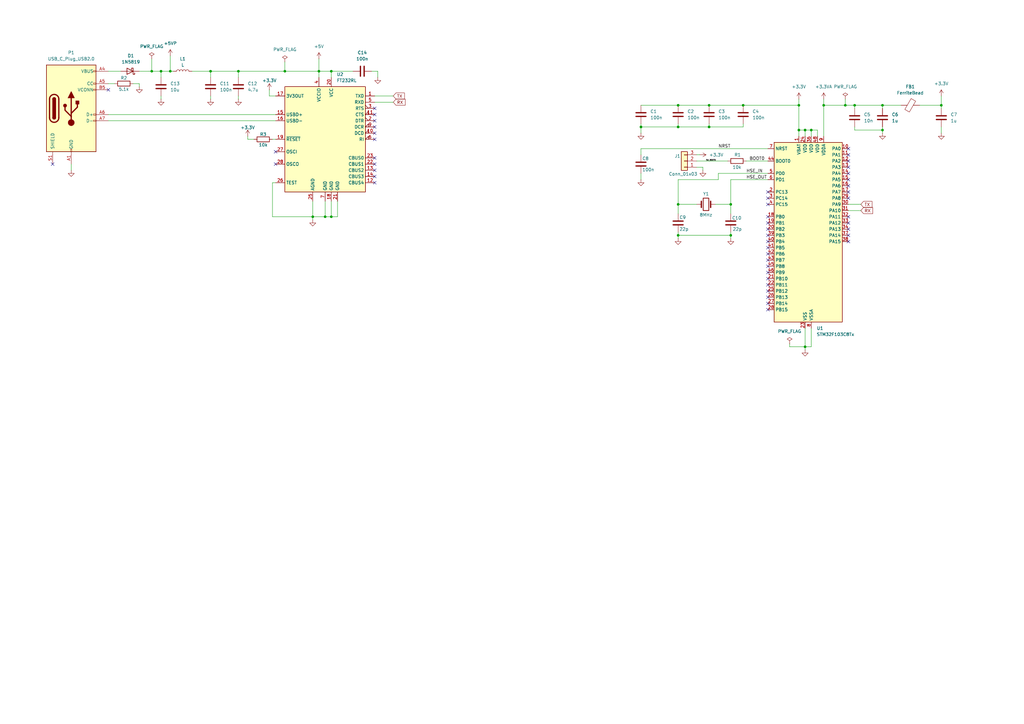
<source format=kicad_sch>
(kicad_sch (version 20231120) (generator "eeschema") (generator_version "8.0")
  (paper "A3")
  (lib_symbols
    (symbol "Connector:USB_C_Plug_USB2.0" (pin_names (offset 1.016))
      (property "Reference" "P1" (at 0 22.86 0))
      (property "Value" "USB_C_Plug_USB2.0" (at 0 20.32 0))
      (symbol "USB_C_Plug_USB2.0_0_0"
        (rectangle (start -0.254 -17.78) (end 0.254 -16.764))
        (rectangle (start 9.144 -4.826) (end 10.16 -5.334))
        (rectangle (start 10.16 -2.286) (end 9.144 -2.794))
        (rectangle (start 10.16 7.874) (end 9.144 7.366))
        (rectangle (start 10.16 10.414) (end 9.144 9.906))
        (rectangle (start 10.16 15.494) (end 9.144 14.986))
      )
      (symbol "USB_C_Plug_USB2.0_0_1"
        (rectangle (start -10.16 17.78) (end 10.16 -17.78) (stroke (width 0.254)) (fill (type background)))
        (arc (start -8.89 -3.81) (mid -6.985 -5.7067) (end -5.08 -3.81) (stroke (width 0.508)))
        (arc (start -7.62 -3.81) (mid -6.985 -4.4423) (end -6.35 -3.81) (stroke (width 0.254)))
        (arc (start -7.62 -3.81) (mid -6.985 -4.4423) (end -6.35 -3.81) (stroke (width 0.254)) (fill (type outline)))
        (rectangle (start -7.62 -3.81) (end -6.35 3.81) (stroke (width 0.254)) (fill (type outline)))
        (arc (start -6.35 3.81) (mid -6.985 4.4423) (end -7.62 3.81) (stroke (width 0.254)))
        (arc (start -6.35 3.81) (mid -6.985 4.4423) (end -7.62 3.81) (stroke (width 0.254)) (fill (type outline)))
        (arc (start -5.08 3.81) (mid -6.985 5.7067) (end -8.89 3.81) (stroke (width 0.508)))
        (circle (center -2.54 1.143) (radius 0.635) (stroke (width 0.254)) (fill (type outline)))
        (circle (center 0 -5.842) (radius 1.27) (fill (type outline)))
        (polyline (pts (xy -8.89 -3.81) (xy -8.89 3.81)) (stroke (width 0.508)))
        (polyline (pts (xy -5.08 3.81) (xy -5.08 -3.81)) (stroke (width 0.508)))
        (polyline (pts (xy 0 -5.842) (xy 0 4.318)) (stroke (width 0.508)))
        (polyline (pts (xy 0 -3.302) (xy -2.54 -0.762) (xy -2.54 0.508)) (stroke (width 0.508)))
        (polyline (pts (xy 0 -2.032) (xy 2.54 0.508) (xy 2.54 1.778)) (stroke (width 0.508)))
        (polyline (pts (xy -1.27 4.318) (xy 0 6.858) (xy 1.27 4.318) (xy -1.27 4.318)) (stroke (width 0.254)) (fill (type outline)))
        (rectangle (start 1.905 1.778) (end 3.175 3.048) (stroke (width 0.254)) (fill (type outline)))
      )
      (symbol "USB_C_Plug_USB2.0_1_1"
        (pin passive line (at 0 -22.86 90) (length 5.08) (name "GND") (number "A1"))
        (pin passive line (at 0 -22.86 90) (length 5.08) hide (name "GND") (number "A12"))
        (pin passive line (at 15.24 15.24 180) (length 5.08) (name "VBUS") (number "A4"))
        (pin bidirectional line (at 15.24 10.16 180) (length 5.08) (name "CC") (number "A5"))
        (pin bidirectional line (at 15.24 -2.54 180) (length 5.08) (name "D+") (number "A6"))
        (pin bidirectional line (at 15.24 -5.08 180) (length 5.08) (name "D-") (number "A7"))
        (pin passive line (at 15.24 15.24 180) (length 5.08) hide (name "VBUS") (number "A9"))
        (pin passive line (at 0 -22.86 90) (length 5.08) hide (name "GND") (number "B1"))
        (pin passive line (at 0 -22.86 90) (length 5.08) hide (name "GND") (number "B12"))
        (pin passive line (at 15.24 15.24 180) (length 5.08) hide (name "VBUS") (number "B4"))
        (pin bidirectional line (at 15.24 7.62 180) (length 5.08) (name "VCONN") (number "B5"))
        (pin passive line (at 15.24 15.24 180) (length 5.08) hide (name "VBUS") (number "B9"))
        (pin passive line (at -7.62 -22.86 90) (length 5.08) (name "SHIELD") (number "S1"))
      )
    )
    (symbol "Connector_Generic:Conn_01x03" (pin_names (offset 1.016) hide)
      (property "Reference" "J" (at 0 5.08 0))
      (property "Value" "Conn_01x03" (at 0 -5.08 0))
      (symbol "Conn_01x03_1_1"
        (rectangle (start -1.27 -2.413) (end 0 -2.667) (stroke (width 0.1524)))
        (rectangle (start -1.27 0.127) (end 0 -0.127) (stroke (width 0.1524)))
        (rectangle (start -1.27 2.667) (end 0 2.413) (stroke (width 0.1524)))
        (rectangle (start -1.27 3.81) (end 1.27 -3.81) (stroke (width 0.254)) (fill (type background)))
        (pin passive line (at -5.08 2.54 0) (length 3.81) (name "Pin_1") (number "1"))
        (pin passive line (at -5.08 0 0) (length 3.81) (name "Pin_2") (number "2"))
        (pin passive line (at -5.08 -2.54 0) (length 3.81) (name "Pin_3") (number "3"))
      )
    )
    (symbol "Device:C" (pin_numbers hide) (pin_names (offset 0.254))
      (property "Reference" "C" (at 0.635 2.54 0))
      (property "Value" "C" (at 0.635 -2.54 0))
      (symbol "C_0_1"
        (polyline (pts (xy -2.032 -0.762) (xy 2.032 -0.762)) (stroke (width 0.508)))
        (polyline (pts (xy -2.032 0.762) (xy 2.032 0.762)) (stroke (width 0.508)))
      )
      (symbol "C_1_1"
        (pin passive line (at 0 3.81 270) (length 2.794) (name "~") (number "1"))
        (pin passive line (at 0 -3.81 90) (length 2.794) (name "~") (number "2"))
      )
    )
    (symbol "Device:Crystal" (pin_numbers hide) (pin_names (offset 1.016) hide)
      (property "Reference" "Y" (at 0 3.81 0))
      (property "Value" "Crystal" (at 0 -3.81 0))
      (symbol "Crystal_0_1"
        (rectangle (start -1.143 2.54) (end 1.143 -2.54) (stroke (width 0.3048)))
        (polyline (pts (xy -2.54 0) (xy -1.905 0)))
        (polyline (pts (xy -1.905 -1.27) (xy -1.905 1.27)) (stroke (width 0.508)))
        (polyline (pts (xy 1.905 -1.27) (xy 1.905 1.27)) (stroke (width 0.508)))
        (polyline (pts (xy 2.54 0) (xy 1.905 0)))
      )
      (symbol "Crystal_1_1"
        (pin passive line (at -3.81 0 0) (length 1.27) (name "1") (number "1"))
        (pin passive line (at 3.81 0 180) (length 1.27) (name "2") (number "2"))
      )
    )
    (symbol "Device:FerriteBead" (pin_numbers hide) (pin_names (offset 0))
      (property "Reference" "FB" (at -3.81 0.635 90))
      (property "Value" "FerriteBead" (at 3.81 0 90))
      (symbol "FerriteBead_0_1"
        (polyline (pts (xy 0 -1.27) (xy 0 -1.2192)))
        (polyline (pts (xy 0 1.27) (xy 0 1.2954)))
        (polyline (pts (xy -2.7686 0.4064) (xy -1.7018 2.2606) (xy 2.7686 -0.3048) (xy 1.6764 -2.159) (xy -2.7686 0.4064)))
      )
      (symbol "FerriteBead_1_1"
        (pin passive line (at 0 3.81 270) (length 2.54) (name "~") (number "1"))
        (pin passive line (at 0 -3.81 90) (length 2.54) (name "~") (number "2"))
      )
    )
    (symbol "Device:L" (pin_numbers hide) (pin_names (offset 1.016) hide)
      (property "Reference" "L" (at -1.27 0 90))
      (property "Value" "L" (at 1.905 0 90))
      (symbol "L_0_1"
        (arc (start 0 -2.54) (mid 0.6323 -1.905) (end 0 -1.27))
        (arc (start 0 -1.27) (mid 0.6323 -0.635) (end 0 0))
        (arc (start 0 0) (mid 0.6323 0.635) (end 0 1.27))
        (arc (start 0 1.27) (mid 0.6323 1.905) (end 0 2.54))
      )
      (symbol "L_1_1"
        (pin passive line (at 0 3.81 270) (length 1.27) (name "1") (number "1"))
        (pin passive line (at 0 -3.81 90) (length 1.27) (name "2") (number "2"))
      )
    )
    (symbol "Device:R" (pin_numbers hide) (pin_names (offset 0))
      (property "Reference" "R" (at 2.032 0 90))
      (property "Value" "R" (at 0 0 90))
      (symbol "R_0_1"
        (rectangle (start -1.016 -2.54) (end 1.016 2.54) (stroke (width 0.254)))
      )
      (symbol "R_1_1"
        (pin passive line (at 0 3.81 270) (length 1.27) (name "~") (number "1"))
        (pin passive line (at 0 -3.81 90) (length 1.27) (name "~") (number "2"))
      )
    )
    (symbol "Diode:1N5819" (pin_numbers hide) (pin_names (offset 1.016) hide)
      (property "Reference" "D" (at 0 2.54 0))
      (property "Value" "1N5819" (at 0 -2.54 0))
      (symbol "1N5819_0_1"
        (polyline (pts (xy 1.27 0) (xy -1.27 0)))
        (polyline (pts (xy 1.27 1.27) (xy 1.27 -1.27) (xy -1.27 0) (xy 1.27 1.27)) (stroke (width 0.254)))
        (polyline (pts (xy -1.905 0.635) (xy -1.905 1.27) (xy -1.27 1.27) (xy -1.27 -1.27) (xy -0.635 -1.27) (xy -0.635 -0.635)) (stroke (width 0.254)))
      )
      (symbol "1N5819_1_1"
        (pin passive line (at -3.81 0 0) (length 2.54) (name "K") (number "1"))
        (pin passive line (at 3.81 0 180) (length 2.54) (name "A") (number "2"))
      )
    )
    (symbol "Interface_USB:FT232RL"
      (property "Reference" "U" (at -16.51 22.86 0))
      (property "Value" "FT232RL" (at 10.16 22.86 0))
      (symbol "FT232RL_0_1"
        (rectangle (start -16.51 21.59) (end 16.51 -21.59) (stroke (width 0.254)) (fill (type background)))
      )
      (symbol "FT232RL_1_1"
        (pin output line (at 20.32 17.78 180) (length 3.81) (name "TXD") (number "1"))
        (pin input input_low (at 20.32 2.54 180) (length 3.81) (name "DCD") (number "10"))
        (pin input input_low (at 20.32 10.16 180) (length 3.81) (name "CTS") (number "11"))
        (pin bidirectional line (at 20.32 -17.78 180) (length 3.81) (name "CBUS4") (number "12"))
        (pin bidirectional line (at 20.32 -12.7 180) (length 3.81) (name "CBUS2") (number "13"))
        (pin bidirectional line (at 20.32 -15.24 180) (length 3.81) (name "CBUS3") (number "14"))
        (pin bidirectional line (at -20.32 10.16 0) (length 3.81) (name "USBD+") (number "15"))
        (pin bidirectional line (at -20.32 7.62 0) (length 3.81) (name "USBD-") (number "16"))
        (pin power_out line (at -20.32 17.78 0) (length 3.81) (name "3V3OUT") (number "17"))
        (pin power_in line (at 2.54 -25.4 90) (length 3.81) (name "GND") (number "18"))
        (pin input line (at -20.32 0 0) (length 3.81) (name "~{RESET}") (number "19"))
        (pin output output_low (at 20.32 7.62 180) (length 3.81) (name "DTR") (number "2"))
        (pin power_in line (at 2.54 25.4 270) (length 3.81) (name "VCC") (number "20"))
        (pin power_in line (at 5.08 -25.4 90) (length 3.81) (name "GND") (number "21"))
        (pin bidirectional line (at 20.32 -10.16 180) (length 3.81) (name "CBUS1") (number "22"))
        (pin bidirectional line (at 20.32 -7.62 180) (length 3.81) (name "CBUS0") (number "23"))
        (pin power_in line (at -5.08 -25.4 90) (length 3.81) (name "AGND") (number "25"))
        (pin input line (at -20.32 -17.78 0) (length 3.81) (name "TEST") (number "26"))
        (pin input line (at -20.32 -5.08 0) (length 3.81) (name "OSCI") (number "27"))
        (pin output line (at -20.32 -10.16 0) (length 3.81) (name "OSCO") (number "28"))
        (pin output output_low (at 20.32 12.7 180) (length 3.81) (name "RTS") (number "3"))
        (pin power_in line (at -2.54 25.4 270) (length 3.81) (name "VCCIO") (number "4"))
        (pin input line (at 20.32 15.24 180) (length 3.81) (name "RXD") (number "5"))
        (pin input input_low (at 20.32 0 180) (length 3.81) (name "RI") (number "6"))
        (pin power_in line (at 0 -25.4 90) (length 3.81) (name "GND") (number "7"))
        (pin input input_low (at 20.32 5.08 180) (length 3.81) (name "DCR") (number "9"))
      )
    )
    (symbol "MCU_ST_STM32F1:STM32F103C8Tx"
      (property "Reference" "U" (at -12.7 39.37 0))
      (property "Value" "STM32F103C8Tx" (at 10.16 39.37 0))
      (symbol "STM32F103C8Tx_0_1"
        (rectangle (start -12.7 -35.56) (end 15.24 38.1) (stroke (width 0.254)) (fill (type background)))
      )
      (symbol "STM32F103C8Tx_1_1"
        (pin power_in line (at -2.54 40.64 270) (length 2.54) (name "VBAT") (number "1"))
        (pin bidirectional line (at 17.78 35.56 180) (length 2.54) (name "PA0") (number "10"))
        (pin bidirectional line (at 17.78 33.02 180) (length 2.54) (name "PA1") (number "11"))
        (pin bidirectional line (at 17.78 30.48 180) (length 2.54) (name "PA2") (number "12"))
        (pin bidirectional line (at 17.78 27.94 180) (length 2.54) (name "PA3") (number "13"))
        (pin bidirectional line (at 17.78 25.4 180) (length 2.54) (name "PA4") (number "14"))
        (pin bidirectional line (at 17.78 22.86 180) (length 2.54) (name "PA5") (number "15"))
        (pin bidirectional line (at 17.78 20.32 180) (length 2.54) (name "PA6") (number "16"))
        (pin bidirectional line (at 17.78 17.78 180) (length 2.54) (name "PA7") (number "17"))
        (pin bidirectional line (at -15.24 7.62 0) (length 2.54) (name "PB0") (number "18"))
        (pin bidirectional line (at -15.24 5.08 0) (length 2.54) (name "PB1") (number "19"))
        (pin bidirectional line (at -15.24 17.78 0) (length 2.54) (name "PC13") (number "2"))
        (pin bidirectional line (at -15.24 2.54 0) (length 2.54) (name "PB2") (number "20"))
        (pin bidirectional line (at -15.24 -17.78 0) (length 2.54) (name "PB10") (number "21"))
        (pin bidirectional line (at -15.24 -20.32 0) (length 2.54) (name "PB11") (number "22"))
        (pin power_in line (at 0 -38.1 90) (length 2.54) (name "VSS") (number "23"))
        (pin power_in line (at 0 40.64 270) (length 2.54) (name "VDD") (number "24"))
        (pin bidirectional line (at -15.24 -22.86 0) (length 2.54) (name "PB12") (number "25"))
        (pin bidirectional line (at -15.24 -25.4 0) (length 2.54) (name "PB13") (number "26"))
        (pin bidirectional line (at -15.24 -27.94 0) (length 2.54) (name "PB14") (number "27"))
        (pin bidirectional line (at -15.24 -30.48 0) (length 2.54) (name "PB15") (number "28"))
        (pin bidirectional line (at 17.78 15.24 180) (length 2.54) (name "PA8") (number "29"))
        (pin bidirectional line (at -15.24 15.24 0) (length 2.54) (name "PC14") (number "3"))
        (pin bidirectional line (at 17.78 12.7 180) (length 2.54) (name "PA9") (number "30"))
        (pin bidirectional line (at 17.78 10.16 180) (length 2.54) (name "PA10") (number "31"))
        (pin bidirectional line (at 17.78 7.62 180) (length 2.54) (name "PA11") (number "32"))
        (pin bidirectional line (at 17.78 5.08 180) (length 2.54) (name "PA12") (number "33"))
        (pin bidirectional line (at 17.78 2.54 180) (length 2.54) (name "PA13") (number "34"))
        (pin passive line (at 0 -38.1 90) (length 2.54) hide (name "VSS") (number "35"))
        (pin power_in line (at 2.54 40.64 270) (length 2.54) (name "VDD") (number "36"))
        (pin bidirectional line (at 17.78 0 180) (length 2.54) (name "PA14") (number "37"))
        (pin bidirectional line (at 17.78 -2.54 180) (length 2.54) (name "PA15") (number "38"))
        (pin bidirectional line (at -15.24 0 0) (length 2.54) (name "PB3") (number "39"))
        (pin bidirectional line (at -15.24 12.7 0) (length 2.54) (name "PC15") (number "4"))
        (pin bidirectional line (at -15.24 -2.54 0) (length 2.54) (name "PB4") (number "40"))
        (pin bidirectional line (at -15.24 -5.08 0) (length 2.54) (name "PB5") (number "41"))
        (pin bidirectional line (at -15.24 -7.62 0) (length 2.54) (name "PB6") (number "42"))
        (pin bidirectional line (at -15.24 -10.16 0) (length 2.54) (name "PB7") (number "43"))
        (pin input line (at -15.24 30.48 0) (length 2.54) (name "BOOT0") (number "44"))
        (pin bidirectional line (at -15.24 -12.7 0) (length 2.54) (name "PB8") (number "45"))
        (pin bidirectional line (at -15.24 -15.24 0) (length 2.54) (name "PB9") (number "46"))
        (pin passive line (at 0 -38.1 90) (length 2.54) hide (name "VSS") (number "47"))
        (pin power_in line (at 5.08 40.64 270) (length 2.54) (name "VDD") (number "48"))
        (pin bidirectional line (at -15.24 25.4 0) (length 2.54) (name "PD0") (number "5"))
        (pin bidirectional line (at -15.24 22.86 0) (length 2.54) (name "PD1") (number "6"))
        (pin input line (at -15.24 35.56 0) (length 2.54) (name "NRST") (number "7"))
        (pin power_in line (at 2.54 -38.1 90) (length 2.54) (name "VSSA") (number "8"))
        (pin power_in line (at 7.62 40.64 270) (length 2.54) (name "VDDA") (number "9"))
      )
    )
    (symbol "power:+3.3V" (power) (pin_numbers hide) (pin_names (offset 0) hide)
      (property "Value" "+3.3V" (at 0 3.556 0))
      (symbol "+3.3V_0_1"
        (polyline (pts (xy -0.762 1.27) (xy 0 2.54)))
        (polyline (pts (xy 0 0) (xy 0 2.54)))
        (polyline (pts (xy 0 2.54) (xy 0.762 1.27)))
      )
      (symbol "+3.3V_1_1"
        (pin power_in line (at 0 0 90) (length 0) (name "~") (number "1"))
      )
    )
    (symbol "power:+3.3VA" (power) (pin_numbers hide) (pin_names (offset 0) hide)
      (property "Value" "+3.3VA" (at 0 3.556 0))
      (symbol "+3.3VA_0_1"
        (polyline (pts (xy -0.762 1.27) (xy 0 2.54)))
        (polyline (pts (xy 0 0) (xy 0 2.54)))
        (polyline (pts (xy 0 2.54) (xy 0.762 1.27)))
      )
      (symbol "+3.3VA_1_1"
        (pin power_in line (at 0 0 90) (length 0) (name "~") (number "1"))
      )
    )
    (symbol "power:+5V" (power) (pin_numbers hide) (pin_names (offset 0) hide)
      (property "Value" "+5V" (at 0 3.556 0))
      (symbol "+5V_0_1"
        (polyline (pts (xy -0.762 1.27) (xy 0 2.54)))
        (polyline (pts (xy 0 0) (xy 0 2.54)))
        (polyline (pts (xy 0 2.54) (xy 0.762 1.27)))
      )
      (symbol "+5V_1_1"
        (pin power_in line (at 0 0 90) (length 0) (name "~") (number "1"))
      )
    )
    (symbol "power:+5VP" (power) (pin_numbers hide) (pin_names (offset 0) hide)
      (property "Value" "+5VP" (at 0 3.556 0))
      (symbol "+5VP_0_1"
        (polyline (pts (xy -0.762 1.27) (xy 0 2.54)))
        (polyline (pts (xy 0 0) (xy 0 2.54)))
        (polyline (pts (xy 0 2.54) (xy 0.762 1.27)))
      )
      (symbol "+5VP_1_1"
        (pin power_in line (at 0 0 90) (length 0) (name "~") (number "1"))
      )
    )
    (symbol "power:GND" (power) (pin_numbers hide) (pin_names (offset 0) hide)
      (property "Value" "GND" (at 0 -3.81 0))
      (symbol "GND_0_1"
        (polyline (pts (xy 0 0) (xy 0 -1.27) (xy 1.27 -1.27) (xy 0 -2.54) (xy -1.27 -1.27) (xy 0 -1.27)))
      )
      (symbol "GND_1_1"
        (pin power_in line (at 0 0 270) (length 0) (name "~") (number "1"))
      )
    )
    (symbol "power:PWR_FLAG" (power) (pin_numbers hide) (pin_names (offset 0) hide)
      (property "Value" "PWR_FLAG" (at 0 3.81 0))
      (symbol "PWR_FLAG_0_0"
        (pin power_out line (at 0 0 90) (length 0) (name "~") (number "1"))
      )
      (symbol "PWR_FLAG_0_1"
        (polyline (pts (xy 0 0) (xy 0 1.27) (xy -1.016 1.905) (xy 0 2.54) (xy 1.016 1.905) (xy 0 1.27)))
      )
    )
  )
  (junction (at 299.72 83.82))
  (junction (at 299.72 96.52))
  (junction (at 128.27 88.9))
  (junction (at 330.2 53.34))
  (junction (at 290.83 52.07))
  (junction (at 116.84 29.21))
  (junction (at 332.74 53.34))
  (junction (at 330.2 142.24))
  (junction (at 304.8 43.18))
  (junction (at 346.71 43.18))
  (junction (at 135.89 88.9))
  (junction (at 262.89 52.07))
  (junction (at 66.04 29.21))
  (junction (at 290.83 43.18))
  (junction (at 278.13 43.18))
  (junction (at 278.13 52.07))
  (junction (at 386.08 43.18))
  (junction (at 62.23 29.21))
  (junction (at 86.36 29.21))
  (junction (at 361.95 43.18))
  (junction (at 278.13 83.82))
  (junction (at 135.89 29.21))
  (junction (at 361.95 53.34))
  (junction (at 350.52 43.18))
  (junction (at 327.66 43.18))
  (junction (at 278.13 96.52))
  (junction (at 327.66 53.34))
  (junction (at 337.82 43.18))
  (junction (at 97.79 29.21))
  (junction (at 133.35 88.9))
  (junction (at 130.81 29.21))
  (junction (at 69.85 29.21))
  (no_connect (at 347.98 99.06))
  (no_connect (at 314.96 119.38))
  (no_connect (at 347.98 81.28))
  (no_connect (at 347.98 93.98))
  (no_connect (at 347.98 73.66))
  (no_connect (at 314.96 106.68))
  (no_connect (at 314.96 101.6))
  (no_connect (at 44.45 36.83))
  (no_connect (at 113.03 62.23))
  (no_connect (at 153.67 74.93))
  (no_connect (at 347.98 71.12))
  (no_connect (at 347.98 91.44))
  (no_connect (at 153.67 67.31))
  (no_connect (at 153.67 54.61))
  (no_connect (at 113.03 67.31))
  (no_connect (at 314.96 99.06))
  (no_connect (at 347.98 76.2))
  (no_connect (at 347.98 88.9))
  (no_connect (at 153.67 44.45))
  (no_connect (at 314.96 91.44))
  (no_connect (at 314.96 96.52))
  (no_connect (at 21.59 67.31))
  (no_connect (at 347.98 68.58))
  (no_connect (at 347.98 78.74))
  (no_connect (at 314.96 114.3))
  (no_connect (at 153.67 52.07))
  (no_connect (at 153.67 72.39))
  (no_connect (at 153.67 46.99))
  (no_connect (at 153.67 49.53))
  (no_connect (at 314.96 116.84))
  (no_connect (at 314.96 78.74))
  (no_connect (at 314.96 83.82))
  (no_connect (at 314.96 124.46))
  (no_connect (at 153.67 57.15))
  (no_connect (at 314.96 93.98))
  (no_connect (at 347.98 63.5))
  (no_connect (at 314.96 121.92))
  (no_connect (at 347.98 60.96))
  (no_connect (at 347.98 96.52))
  (no_connect (at 347.98 66.04))
  (no_connect (at 314.96 109.22))
  (no_connect (at 314.96 88.9))
  (no_connect (at 314.96 111.76))
  (no_connect (at 153.67 69.85))
  (no_connect (at 314.96 81.28))
  (no_connect (at 314.96 127))
  (no_connect (at 153.67 64.77))
  (no_connect (at 314.96 104.14))
  (wire (pts (xy 323.85 142.24) (xy 330.2 142.24)))
  (wire (pts (xy 44.45 46.99) (xy 113.03 46.99)))
  (wire (pts (xy 57.15 34.29) (xy 57.15 35.56)))
  (wire (pts (xy 386.08 43.18) (xy 386.08 44.45)))
  (wire (pts (xy 288.29 69.85) (xy 288.29 68.58)))
  (wire (pts (xy 361.95 44.45) (xy 361.95 43.18)))
  (wire (pts (xy 361.95 53.34) (xy 361.95 52.07)))
  (wire (pts (xy 153.67 39.37) (xy 161.29 39.37)))
  (wire (pts (xy 111.76 57.15) (xy 113.03 57.15)))
  (wire (pts (xy 110.49 39.37) (xy 113.03 39.37)))
  (wire (pts (xy 111.76 88.9) (xy 128.27 88.9)))
  (wire (pts (xy 350.52 52.07) (xy 350.52 53.34)))
  (wire (pts (xy 66.04 29.21) (xy 66.04 31.75)))
  (wire (pts (xy 86.36 39.37) (xy 86.36 40.64)))
  (wire (pts (xy 361.95 43.18) (xy 369.57 43.18)))
  (wire (pts (xy 278.13 96.52) (xy 299.72 96.52)))
  (wire (pts (xy 111.76 74.93) (xy 111.76 88.9)))
  (wire (pts (xy 133.35 82.55) (xy 133.35 88.9)))
  (wire (pts (xy 332.74 142.24) (xy 330.2 142.24)))
  (wire (pts (xy 332.74 134.62) (xy 332.74 142.24)))
  (wire (pts (xy 386.08 52.07) (xy 386.08 54.61)))
  (wire (pts (xy 262.89 43.18) (xy 278.13 43.18)))
  (wire (pts (xy 299.72 83.82) (xy 293.37 83.82)))
  (wire (pts (xy 262.89 50.8) (xy 262.89 52.07)))
  (wire (pts (xy 262.89 60.96) (xy 262.89 63.5)))
  (wire (pts (xy 278.13 73.66) (xy 294.64 73.66)))
  (wire (pts (xy 327.66 40.64) (xy 327.66 43.18)))
  (wire (pts (xy 154.94 29.21) (xy 152.4 29.21)))
  (wire (pts (xy 314.96 60.96) (xy 262.89 60.96)))
  (wire (pts (xy 116.84 25.4) (xy 116.84 29.21)))
  (wire (pts (xy 299.72 83.82) (xy 299.72 87.63)))
  (wire (pts (xy 290.83 43.18) (xy 304.8 43.18)))
  (wire (pts (xy 154.94 31.75) (xy 154.94 29.21)))
  (wire (pts (xy 278.13 43.18) (xy 290.83 43.18)))
  (wire (pts (xy 346.71 43.18) (xy 350.52 43.18)))
  (wire (pts (xy 278.13 83.82) (xy 278.13 87.63)))
  (wire (pts (xy 153.67 41.91) (xy 161.29 41.91)))
  (wire (pts (xy 294.64 73.66) (xy 294.64 71.12)))
  (wire (pts (xy 104.14 57.15) (xy 101.6 57.15)))
  (wire (pts (xy 335.28 55.88) (xy 335.28 53.34)))
  (wire (pts (xy 377.19 43.18) (xy 386.08 43.18)))
  (wire (pts (xy 353.06 86.36) (xy 347.98 86.36)))
  (wire (pts (xy 290.83 52.07) (xy 278.13 52.07)))
  (wire (pts (xy 130.81 31.75) (xy 130.81 29.21)))
  (wire (pts (xy 306.07 66.04) (xy 314.96 66.04)))
  (wire (pts (xy 361.95 43.18) (xy 350.52 43.18)))
  (wire (pts (xy 288.29 68.58) (xy 285.75 68.58)))
  (wire (pts (xy 86.36 29.21) (xy 97.79 29.21)))
  (wire (pts (xy 128.27 88.9) (xy 128.27 90.17)))
  (wire (pts (xy 69.85 29.21) (xy 69.85 22.86)))
  (wire (pts (xy 135.89 88.9) (xy 133.35 88.9)))
  (wire (pts (xy 327.66 43.18) (xy 327.66 53.34)))
  (wire (pts (xy 299.72 96.52) (xy 299.72 97.79)))
  (wire (pts (xy 44.45 49.53) (xy 113.03 49.53)))
  (wire (pts (xy 278.13 52.07) (xy 262.89 52.07)))
  (wire (pts (xy 110.49 36.83) (xy 110.49 39.37)))
  (wire (pts (xy 133.35 88.9) (xy 128.27 88.9)))
  (wire (pts (xy 97.79 39.37) (xy 97.79 40.64)))
  (wire (pts (xy 135.89 31.75) (xy 135.89 29.21)))
  (wire (pts (xy 299.72 73.66) (xy 314.96 73.66)))
  (wire (pts (xy 44.45 29.21) (xy 49.53 29.21)))
  (wire (pts (xy 97.79 31.75) (xy 97.79 29.21)))
  (wire (pts (xy 278.13 50.8) (xy 278.13 52.07)))
  (wire (pts (xy 44.45 34.29) (xy 46.99 34.29)))
  (wire (pts (xy 386.08 39.37) (xy 386.08 43.18)))
  (wire (pts (xy 66.04 39.37) (xy 66.04 40.64)))
  (wire (pts (xy 323.85 140.97) (xy 323.85 142.24)))
  (wire (pts (xy 330.2 134.62) (xy 330.2 142.24)))
  (wire (pts (xy 299.72 95.25) (xy 299.72 96.52)))
  (wire (pts (xy 116.84 29.21) (xy 130.81 29.21)))
  (wire (pts (xy 138.43 88.9) (xy 135.89 88.9)))
  (wire (pts (xy 330.2 53.34) (xy 327.66 53.34)))
  (wire (pts (xy 113.03 74.93) (xy 111.76 74.93)))
  (wire (pts (xy 304.8 52.07) (xy 290.83 52.07)))
  (wire (pts (xy 350.52 53.34) (xy 361.95 53.34)))
  (wire (pts (xy 285.75 63.5) (xy 287.02 63.5)))
  (wire (pts (xy 138.43 82.55) (xy 138.43 88.9)))
  (wire (pts (xy 327.66 53.34) (xy 327.66 55.88)))
  (wire (pts (xy 130.81 24.13) (xy 130.81 29.21)))
  (wire (pts (xy 294.64 71.12) (xy 314.96 71.12)))
  (wire (pts (xy 330.2 53.34) (xy 330.2 55.88)))
  (wire (pts (xy 335.28 53.34) (xy 332.74 53.34)))
  (wire (pts (xy 299.72 83.82) (xy 299.72 73.66)))
  (wire (pts (xy 128.27 82.55) (xy 128.27 88.9)))
  (wire (pts (xy 332.74 53.34) (xy 332.74 55.88)))
  (wire (pts (xy 304.8 50.8) (xy 304.8 52.07)))
  (wire (pts (xy 78.74 29.21) (xy 86.36 29.21)))
  (wire (pts (xy 278.13 96.52) (xy 278.13 97.79)))
  (wire (pts (xy 135.89 29.21) (xy 130.81 29.21)))
  (wire (pts (xy 86.36 31.75) (xy 86.36 29.21)))
  (wire (pts (xy 290.83 50.8) (xy 290.83 52.07)))
  (wire (pts (xy 262.89 71.12) (xy 262.89 73.66)))
  (wire (pts (xy 97.79 29.21) (xy 116.84 29.21)))
  (wire (pts (xy 54.61 34.29) (xy 57.15 34.29)))
  (wire (pts (xy 135.89 29.21) (xy 144.78 29.21)))
  (wire (pts (xy 29.21 67.31) (xy 29.21 69.85)))
  (wire (pts (xy 62.23 24.13) (xy 62.23 29.21)))
  (wire (pts (xy 278.13 73.66) (xy 278.13 83.82)))
  (wire (pts (xy 62.23 29.21) (xy 66.04 29.21)))
  (wire (pts (xy 337.82 40.64) (xy 337.82 43.18)))
  (wire (pts (xy 278.13 83.82) (xy 285.75 83.82)))
  (wire (pts (xy 101.6 57.15) (xy 101.6 55.88)))
  (wire (pts (xy 337.82 55.88) (xy 337.82 43.18)))
  (wire (pts (xy 69.85 29.21) (xy 71.12 29.21)))
  (wire (pts (xy 350.52 44.45) (xy 350.52 43.18)))
  (wire (pts (xy 135.89 82.55) (xy 135.89 88.9)))
  (wire (pts (xy 262.89 52.07) (xy 262.89 54.61)))
  (wire (pts (xy 66.04 29.21) (xy 69.85 29.21)))
  (wire (pts (xy 330.2 142.24) (xy 330.2 143.51)))
  (wire (pts (xy 278.13 95.25) (xy 278.13 96.52)))
  (wire (pts (xy 346.71 40.64) (xy 346.71 43.18)))
  (wire (pts (xy 304.8 43.18) (xy 327.66 43.18)))
  (wire (pts (xy 353.06 83.82) (xy 347.98 83.82)))
  (wire (pts (xy 332.74 53.34) (xy 330.2 53.34)))
  (wire (pts (xy 361.95 53.34) (xy 361.95 54.61)))
  (wire (pts (xy 285.75 66.04) (xy 298.45 66.04)))
  (wire (pts (xy 337.82 43.18) (xy 346.71 43.18)))
  (wire (pts (xy 57.15 29.21) (xy 62.23 29.21)))
  (label "HSE_OUT" (at 306.07 73.66 0))
  (label "SW_BOOT0" (at 289.56 66.04 0) (effects (font (size 0.508 0.508))))
  (label "HSE_IN" (at 306.07 71.12 0))
  (label "NRST" (at 294.64 60.96 0))
  (label "BOOT0" (at 307.34 66.04 0))
  (global_label "RX" (shape input) (at 161.29 41.91 0) (property "Intersheetrefs" "${INTERSHEET_REFS}" (effects (hide yes))))
  (global_label "TX" (shape input) (at 161.29 39.37 0) (property "Intersheetrefs" "${INTERSHEET_REFS}" (effects (hide yes))))
  (global_label "TX" (shape input) (at 353.06 83.82 0) (property "Intersheetrefs" "${INTERSHEET_REFS}" (effects (hide yes))))
  (global_label "RX" (shape input) (at 353.06 86.36 0) (property "Intersheetrefs" "${INTERSHEET_REFS}" (effects (hide yes))))
  (symbol (lib_id "Device:R") (at 50.8 34.29 90) (unit 1)
    (property "Reference" "R2" (at 50.8 32.004 90))
    (property "Value" "5.1k" (at 50.8 36.576 90))
    (property "Description" "Resistor" (effects (hide yes)))
  )
  (symbol (lib_id "Device:C") (at 304.8 46.99 0) (unit 1)
    (property "Reference" "C4" (at 308.61 45.7199 0) (effects (justify left)))
    (property "Value" "100n" (at 308.61 48.2599 0) (effects (justify left)))
    (property "Description" "Unpolarized capacitor" (effects (hide yes)))
  )
  (symbol (lib_id "Device:C") (at 361.95 48.26 0) (unit 1)
    (property "Reference" "C6" (at 365.76 46.9899 0) (effects (justify left)))
    (property "Value" "1u" (at 365.76 49.5299 0) (effects (justify left)))
    (property "Description" "Unpolarized capacitor" (effects (hide yes)))
  )
  (symbol (lib_id "power:+3.3V") (at 110.49 36.83 0) (unit 1)
    (property "Reference" "#PWR020" (effects (hide yes)))
    (property "Value" "+3.3V" (at 110.49 33.02 0))
    (property "Description" "Power symbol creates a global label with name \"+3.3V\"" (effects (hide yes)))
  )
  (symbol (lib_id "power:GND") (at 29.21 69.85 0) (unit 1)
    (property "Reference" "#PWR018" (effects (hide yes)))
    (property "Value" "GND" (effects (hide yes)))
    (property "Description" "Power symbol creates a global label with name \"GND\" , ground" (effects (hide yes)))
  )
  (symbol (lib_id "power:+3.3VA") (at 337.82 40.64 0) (unit 1)
    (property "Reference" "#PWR06" (effects (hide yes)))
    (property "Value" "+3.3VA" (at 337.82 35.56 0))
    (property "Description" "Power symbol creates a global label with name \"+3.3VA\"" (effects (hide yes)))
  )
  (symbol (lib_id "power:PWR_FLAG") (at 323.85 140.97 0) (unit 1)
    (property "Reference" "#FLG04" (effects (hide yes)))
    (property "Value" "PWR_FLAG" (at 323.85 135.89 0))
    (property "Description" "Special symbol for telling ERC where power comes from" (effects (hide yes)))
  )
  (symbol (lib_id "Device:C") (at 97.79 35.56 0) (unit 1)
    (property "Reference" "C12" (at 101.6 34.2899 0) (effects (justify left)))
    (property "Value" "4.7u" (at 101.6 36.8299 0) (effects (justify left)))
    (property "Description" "Unpolarized capacitor" (effects (hide yes)))
  )
  (symbol (lib_id "power:PWR_FLAG") (at 116.84 25.4 0) (unit 1)
    (property "Reference" "#FLG02" (effects (hide yes)))
    (property "Value" "PWR_FLAG" (at 116.84 20.32 0))
    (property "Description" "Special symbol for telling ERC where power comes from" (effects (hide yes)))
  )
  (symbol (lib_id "Device:FerriteBead") (at 373.38 43.18 90) (unit 1)
    (property "Reference" "FB1" (at 373.3292 35.56 90))
    (property "Value" "FerriteBead" (at 373.3292 38.1 90))
    (property "Description" "Ferrite bead" (effects (hide yes)))
  )
  (symbol (lib_id "Device:L") (at 74.93 29.21 90) (unit 1)
    (property "Reference" "L1" (at 74.93 24.13 90))
    (property "Value" "L" (at 74.93 26.67 90))
    (property "Description" "Inductor" (effects (hide yes)))
  )
  (symbol (lib_id "power:GND") (at 57.15 35.56 0) (unit 1)
    (property "Reference" "#PWR017" (effects (hide yes)))
    (property "Value" "GND" (effects (hide yes)))
    (property "Description" "Power symbol creates a global label with name \"GND\" , ground" (effects (hide yes)))
  )
  (symbol (lib_id "Device:C") (at 278.13 46.99 0) (unit 1)
    (property "Reference" "C2" (at 281.94 45.7199 0) (effects (justify left)))
    (property "Value" "100n" (at 281.94 48.2599 0) (effects (justify left)))
    (property "Description" "Unpolarized capacitor" (effects (hide yes)))
  )
  (symbol (lib_id "Device:C") (at 86.36 35.56 0) (unit 1)
    (property "Reference" "C11" (at 90.17 34.2899 0) (effects (justify left)))
    (property "Value" "100n" (at 90.17 36.8299 0) (effects (justify left)))
    (property "Description" "Unpolarized capacitor" (effects (hide yes)))
  )
  (symbol (lib_id "power:GND") (at 154.94 31.75 0) (unit 1)
    (property "Reference" "#PWR021" (effects (hide yes)))
    (property "Value" "GND" (effects (hide yes)))
    (property "Description" "Power symbol creates a global label with name \"GND\" , ground" (effects (hide yes)))
  )
  (symbol (lib_id "power:GND") (at 128.27 90.17 0) (unit 1)
    (property "Reference" "#PWR07" (effects (hide yes)))
    (property "Value" "GND" (effects (hide yes)))
    (property "Description" "Power symbol creates a global label with name \"GND\" , ground" (effects (hide yes)))
  )
  (symbol (lib_id "power:GND") (at 361.95 54.61 0) (unit 1)
    (property "Reference" "#PWR04" (effects (hide yes)))
    (property "Value" "GND" (effects (hide yes)))
    (property "Description" "Power symbol creates a global label with name \"GND\" , ground" (effects (hide yes)))
  )
  (symbol (lib_id "Device:C") (at 386.08 48.26 0) (unit 1)
    (property "Reference" "C7" (at 389.89 46.9899 0) (effects (justify left)))
    (property "Value" "1u" (at 389.89 49.5299 0) (effects (justify left)))
    (property "Description" "Unpolarized capacitor" (effects (hide yes)))
  )
  (symbol (lib_id "Device:C") (at 350.52 48.26 0) (unit 1)
    (property "Reference" "C5" (at 354.33 46.9899 0) (effects (justify left)))
    (property "Value" "10n" (at 354.33 49.5299 0) (effects (justify left)))
    (property "Description" "Unpolarized capacitor" (effects (hide yes)))
  )
  (symbol (lib_id "Device:R") (at 302.26 66.04 90) (unit 1)
    (property "Reference" "R1" (at 302.514 63.5 90))
    (property "Value" "10k" (at 302.26 68.58 90))
    (property "Description" "Resistor" (effects (hide yes)))
  )
  (symbol (lib_id "Device:C") (at 262.89 46.99 0) (unit 1)
    (property "Reference" "C1" (at 266.7 45.7199 0) (effects (justify left)))
    (property "Value" "100n" (at 266.7 48.2599 0) (effects (justify left)))
    (property "Description" "Unpolarized capacitor" (effects (hide yes)))
  )
  (symbol (lib_id "power:GND") (at 97.79 40.64 0) (unit 1)
    (property "Reference" "#PWR015" (effects (hide yes)))
    (property "Value" "GND" (effects (hide yes)))
    (property "Description" "Power symbol creates a global label with name \"GND\" , ground" (effects (hide yes)))
  )
  (symbol (lib_id "Device:C") (at 148.59 29.21 270) (unit 1)
    (property "Reference" "C14" (at 148.59 21.59 90))
    (property "Value" "100n" (at 148.59 24.13 90))
    (property "Description" "Unpolarized capacitor" (effects (hide yes)))
  )
  (symbol (lib_id "power:PWR_FLAG") (at 346.71 40.64 0) (unit 1)
    (property "Reference" "#FLG01" (effects (hide yes)))
    (property "Value" "PWR_FLAG" (at 346.71 35.56 0))
    (property "Description" "Special symbol for telling ERC where power comes from" (effects (hide yes)))
  )
  (symbol (lib_id "Device:C") (at 66.04 35.56 0) (unit 1)
    (property "Reference" "C13" (at 69.85 34.2899 0) (effects (justify left)))
    (property "Value" "10u" (at 69.85 36.8299 0) (effects (justify left)))
    (property "Description" "Unpolarized capacitor" (effects (hide yes)))
  )
  (symbol (lib_id "power:GND") (at 330.2 143.51 0) (unit 1)
    (property "Reference" "#PWR01" (effects (hide yes)))
    (property "Value" "GND" (effects (hide yes)))
    (property "Description" "Power symbol creates a global label with name \"GND\" , ground" (effects (hide yes)))
  )
  (symbol (lib_id "power:+3.3V") (at 386.08 39.37 0) (unit 1)
    (property "Reference" "#PWR023" (effects (hide yes)))
    (property "Value" "+3.3V" (at 386.08 34.29 0))
    (property "Description" "Power symbol creates a global label with name \"+3.3V\"" (effects (hide yes)))
  )
  (symbol (lib_id "power:GND") (at 262.89 54.61 0) (unit 1)
    (property "Reference" "#PWR03" (effects (hide yes)))
    (property "Value" "GND" (effects (hide yes)))
    (property "Description" "Power symbol creates a global label with name \"GND\" , ground" (effects (hide yes)))
  )
  (symbol (lib_id "Connector_Generic:Conn_01x03") (at 280.67 66.04 180) (unit 1)
    (property "Reference" "J1" (at 277.876 64.008 0))
    (property "Value" "Conn_01x03" (at 280.162 71.374 0))
    (property "Description" "Generic connector, single row, 01x03, script generated (kicad-library-utils/schlib/autogen/connector/)" (effects (hide yes)))
  )
  (symbol (lib_id "power:GND") (at 262.89 73.66 0) (unit 1)
    (property "Reference" "#PWR08" (effects (hide yes)))
    (property "Value" "GND" (effects (hide yes)))
    (property "Description" "Power symbol creates a global label with name \"GND\" , ground" (effects (hide yes)))
  )
  (symbol (lib_id "Device:C") (at 299.72 91.44 0) (unit 1)
    (property "Reference" "C10" (at 300.228 89.408 0) (effects (justify left)))
    (property "Value" "22p" (at 300.482 93.98 0) (effects (justify left)))
    (property "Description" "Unpolarized capacitor" (effects (hide yes)))
  )
  (symbol (lib_id "power:+3.3V") (at 327.66 40.64 0) (unit 1)
    (property "Reference" "#PWR02" (effects (hide yes)))
    (property "Value" "+3.3V" (at 327.66 35.56 0))
    (property "Description" "Power symbol creates a global label with name \"+3.3V\"" (effects (hide yes)))
  )
  (symbol (lib_id "power:GND") (at 86.36 40.64 0) (unit 1)
    (property "Reference" "#PWR014" (effects (hide yes)))
    (property "Value" "GND" (effects (hide yes)))
    (property "Description" "Power symbol creates a global label with name \"GND\" , ground" (effects (hide yes)))
  )
  (symbol (lib_id "power:+3.3V") (at 101.6 55.88 0) (unit 1)
    (property "Reference" "#PWR022" (effects (hide yes)))
    (property "Value" "+3.3V" (at 101.6 52.324 0))
    (property "Description" "Power symbol creates a global label with name \"+3.3V\"" (effects (hide yes)))
  )
  (symbol (lib_id "power:GND") (at 386.08 54.61 0) (unit 1)
    (property "Reference" "#PWR05" (effects (hide yes)))
    (property "Value" "GND" (effects (hide yes)))
    (property "Description" "Power symbol creates a global label with name \"GND\" , ground" (effects (hide yes)))
  )
  (symbol (lib_id "Device:C") (at 278.13 91.44 0) (unit 1)
    (property "Reference" "C9" (at 278.638 89.154 0) (effects (justify left)))
    (property "Value" "22p" (at 278.638 93.98 0) (effects (justify left)))
    (property "Description" "Unpolarized capacitor" (effects (hide yes)))
  )
  (symbol (lib_id "power:GND") (at 278.13 97.79 0) (unit 1)
    (property "Reference" "#PWR011" (effects (hide yes)))
    (property "Value" "GND" (effects (hide yes)))
    (property "Description" "Power symbol creates a global label with name \"GND\" , ground" (effects (hide yes)))
  )
  (symbol (lib_id "power:GND") (at 288.29 69.85 0) (unit 1)
    (property "Reference" "#PWR09" (effects (hide yes)))
    (property "Value" "GND" (effects (hide yes)))
    (property "Description" "Power symbol creates a global label with name \"GND\" , ground" (effects (hide yes)))
  )
  (symbol (lib_id "power:GND") (at 299.72 97.79 0) (unit 1)
    (property "Reference" "#PWR012" (effects (hide yes)))
    (property "Value" "GND" (effects (hide yes)))
    (property "Description" "Power symbol creates a global label with name \"GND\" , ground" (effects (hide yes)))
  )
  (symbol (lib_id "power:GND") (at 66.04 40.64 0) (unit 1)
    (property "Reference" "#PWR019" (effects (hide yes)))
    (property "Value" "GND" (effects (hide yes)))
    (property "Description" "Power symbol creates a global label with name \"GND\" , ground" (effects (hide yes)))
  )
  (symbol (lib_id "power:+5VP") (at 69.85 22.86 0) (unit 1)
    (property "Reference" "#PWR013" (effects (hide yes)))
    (property "Value" "+5VP" (at 69.85 17.78 0))
    (property "Description" "Power symbol creates a global label with name \"+5VP\"" (effects (hide yes)))
  )
  (symbol (lib_id "power:PWR_FLAG") (at 62.23 24.13 0) (unit 1)
    (property "Reference" "#FLG03" (effects (hide yes)))
    (property "Value" "PWR_FLAG" (at 62.23 19.05 0))
    (property "Description" "Special symbol for telling ERC where power comes from" (effects (hide yes)))
  )
  (symbol (lib_id "power:+3.3V") (at 287.02 63.5 270) (unit 1)
    (property "Reference" "#PWR010" (effects (hide yes)))
    (property "Value" "+3.3V" (at 290.83 63.4999 90) (effects (justify left)))
    (property "Description" "Power symbol creates a global label with name \"+3.3V\"" (effects (hide yes)))
  )
  (symbol (lib_id "power:+5V") (at 130.81 24.13 0) (unit 1)
    (property "Reference" "#PWR016" (effects (hide yes)))
    (property "Value" "+5V" (at 130.81 19.05 0))
    (property "Description" "Power symbol creates a global label with name \"+5V\"" (effects (hide yes)))
  )
  (symbol (lib_id "Diode:1N5819") (at 53.34 29.21 180) (unit 1)
    (property "Reference" "D1" (at 53.6575 22.86 0))
    (property "Value" "1N5819" (at 53.6575 25.4 0))
    (property "Footprint" "Diode_THT:D_DO-41_SOD81_P10.16mm_Horizontal" (effects (hide yes)))
    (property "Datasheet" "http://www.vishay.com/docs/88525/1n5817.pdf" (effects (hide yes)))
    (property "Description" "40V 1A Schottky Barrier Rectifier Diode, DO-41" (effects (hide yes)))
  )
  (symbol (lib_id "Device:C") (at 262.89 67.31 0) (unit 1)
    (property "Reference" "C8" (at 263.398 65.024 0) (effects (justify left)))
    (property "Value" "100n" (at 263.398 69.596 0) (effects (justify left)))
    (property "Description" "Unpolarized capacitor" (effects (hide yes)))
  )
  (symbol (lib_id "Interface_USB:FT232RL") (at 133.35 57.15 0) (unit 1)
    (property "Reference" "U2" (at 138.0841 30.48 0) (effects (justify left)))
    (property "Value" "FT232RL" (at 138.0841 33.02 0) (effects (justify left)))
    (property "Footprint" "Package_SO:SSOP-28_5.3x10.2mm_P0.65mm" (effects (hide yes)))
    (property "Datasheet" "https://www.ftdichip.com/Support/Documents/DataSheets/ICs/DS_FT232R.pdf" (effects (hide yes)))
    (property "Description" "USB to Serial Interface, SSOP-28" (effects (hide yes)))
  )
  (symbol (lib_id "MCU_ST_STM32F1:STM32F103C8Tx") (at 330.2 96.52 0) (unit 1)
    (property "Reference" "U1" (at 334.9341 134.62 0) (effects (justify left)))
    (property "Value" "STM32F103C8Tx" (at 334.9341 137.16 0) (effects (justify left)))
    (property "Footprint" "Package_QFP:LQFP-48_7x7mm_P0.5mm" (effects (hide yes)))
    (property "Datasheet" "https://www.st.com/resource/en/datasheet/stm32f103c8.pdf" (effects (hide yes)))
    (property "Description" "STMicroelectronics Arm Cortex-M3 MCU, 64KB flash, 20KB RAM, 72 MHz, 2.0-3.6V, 37 GPIO, LQFP48" (effects (hide yes)))
  )
  (symbol (lib_id "Device:C") (at 290.83 46.99 0) (unit 1)
    (property "Reference" "C3" (at 294.64 45.7199 0) (effects (justify left)))
    (property "Value" "100n" (at 294.64 48.2599 0) (effects (justify left)))
    (property "Description" "Unpolarized capacitor" (effects (hide yes)))
  )
  (symbol (lib_id "Connector:USB_C_Plug_USB2.0") (at 29.21 44.45 0) (unit 1)
    (property "Reference" "P1" (at 29.21 21.59 0))
    (property "Value" "USB_C_Plug_USB2.0" (at 29.21 24.13 0))
    (property "Datasheet" "https://www.usb.org/sites/default/files/documents/usb_type-c.zip" (effects (hide yes)))
    (property "Description" "USB 2.0-only Type-C Plug connector" (effects (hide yes)))
  )
  (symbol (lib_id "Device:Crystal") (at 289.56 83.82 0) (unit 1)
    (property "Reference" "Y1" (at 289.56 79.502 0))
    (property "Value" "8MHz" (at 289.56 88.138 0))
    (property "Description" "Two pin crystal" (effects (hide yes)))
  )
  (symbol (lib_id "Device:R") (at 107.95 57.15 90) (unit 1)
    (property "Reference" "R3" (at 107.95 55.118 90))
    (property "Value" "10k" (at 107.95 59.436 90))
    (property "Description" "Resistor" (effects (hide yes)))
  )
)
</source>
